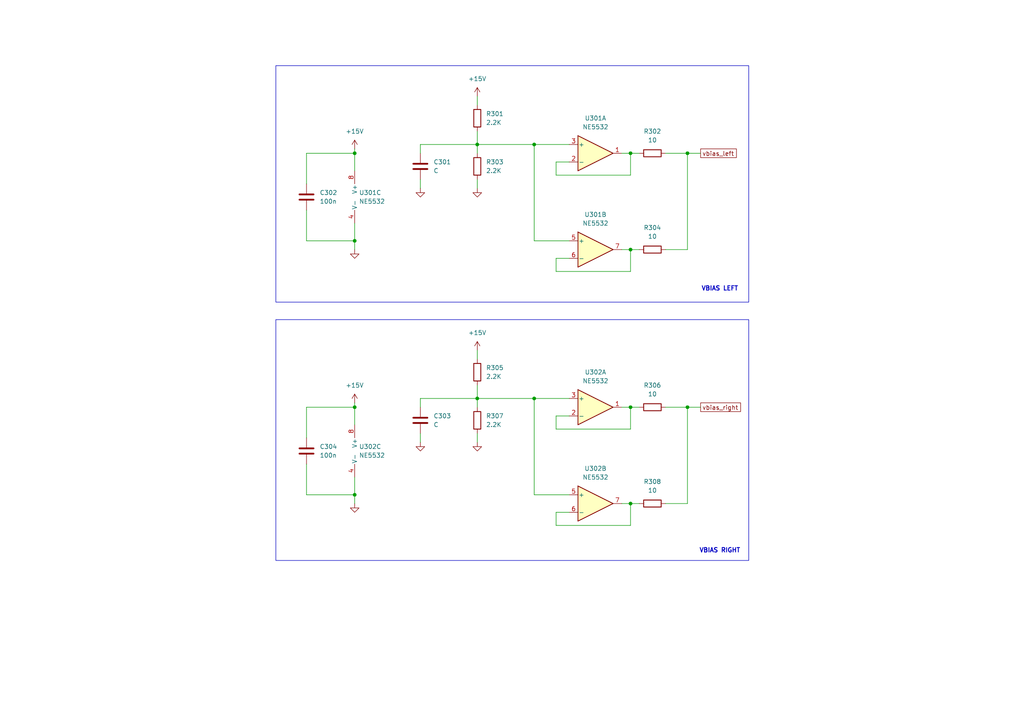
<source format=kicad_sch>
(kicad_sch (version 20250114) (generator "eeschema") (generator_version "9.0")
  (paper "A4")
  (title_block (title "Vbias") (date "2025-08-15") (rev "0.1") (company "Carclox"))
  (lib_symbols
    (symbol "Amplifier_Operational:NE5532" (pin_names (offset 0.127))
      (property "Reference" "U" (at 0 5.08 0))
      (property "Value" "NE5532" (at 0 -5.08 0))
      (symbol "NE5532_1_1"
        (polyline (pts (xy -5.08 5.08) (xy 5.08 0) (xy -5.08 -5.08) (xy -5.08 5.08)) (stroke (width 0.254)) (fill (type background)))
        (pin input line (at -7.62 2.54 0) (length 2.54) (name "+") (number "3"))
        (pin input line (at -7.62 -2.54 0) (length 2.54) (name "-") (number "2"))
        (pin output line (at 7.62 0 180) (length 2.54) (name "~") (number "1"))
      )
      (symbol "NE5532_2_1"
        (polyline (pts (xy -5.08 5.08) (xy 5.08 0) (xy -5.08 -5.08) (xy -5.08 5.08)) (stroke (width 0.254)) (fill (type background)))
        (pin input line (at -7.62 2.54 0) (length 2.54) (name "+") (number "5"))
        (pin input line (at -7.62 -2.54 0) (length 2.54) (name "-") (number "6"))
        (pin output line (at 7.62 0 180) (length 2.54) (name "~") (number "7"))
      )
      (symbol "NE5532_3_1"
        (pin power_in line (at -2.54 7.62 270) (length 3.81) (name "V+") (number "8"))
        (pin power_in line (at -2.54 -7.62 90) (length 3.81) (name "V-") (number "4"))
      )
    )
    (symbol "Device:C" (pin_numbers (hide yes)) (pin_names (offset 0.254))
      (property "Reference" "C" (at 0.635 2.54 0))
      (property "Value" "C" (at 0.635 -2.54 0))
      (symbol "C_0_1"
        (polyline (pts (xy -2.032 0.762) (xy 2.032 0.762)) (stroke (width 0.508)))
        (polyline (pts (xy -2.032 -0.762) (xy 2.032 -0.762)) (stroke (width 0.508)))
      )
      (symbol "C_1_1"
        (pin passive line (at 0 3.81 270) (length 2.794) (name "~") (number "1"))
        (pin passive line (at 0 -3.81 90) (length 2.794) (name "~") (number "2"))
      )
    )
    (symbol "Device:R" (pin_numbers (hide yes)) (pin_names (offset 0))
      (property "Reference" "R" (at 2.032 0 90))
      (property "Value" "R" (at 0 0 90))
      (symbol "R_0_1"
        (rectangle (start -1.016 -2.54) (end 1.016 2.54) (stroke (width 0.254)))
      )
      (symbol "R_1_1"
        (pin passive line (at 0 3.81 270) (length 1.27) (name "~") (number "1"))
        (pin passive line (at 0 -3.81 90) (length 1.27) (name "~") (number "2"))
      )
    )
    (symbol "power:+15V" (power) (pin_numbers (hide yes)) (pin_names (offset 0) (hide yes))
      (property "Value" "+15V" (at 0 3.556 0))
      (symbol "+15V_0_1"
        (polyline (pts (xy -0.762 1.27) (xy 0 2.54)))
        (polyline (pts (xy 0 2.54) (xy 0.762 1.27)))
        (polyline (pts (xy 0 0) (xy 0 2.54)))
      )
      (symbol "+15V_1_1"
        (pin power_in line (at 0 0 90) (length 0) (name "~") (number "1"))
      )
    )
    (symbol "power:GND" (power) (pin_numbers (hide yes)) (pin_names (offset 0) (hide yes))
      (property "Value" "GND" (at 0 -3.81 0))
      (symbol "GND_0_1"
        (polyline (pts (xy 0 0) (xy 0 -1.27) (xy 1.27 -1.27) (xy 0 -2.54) (xy -1.27 -1.27) (xy 0 -1.27)))
      )
      (symbol "GND_1_1"
        (pin power_in line (at 0 0 270) (length 0) (name "~") (number "1"))
      )
    )
  )
  (rectangle (start 80.01 19.05) (end 217.17 87.63))
  (rectangle (start 80.01 92.71) (end 217.17 162.56))
  (text "VBIAS RIGHT" (at 208.788 159.766 0) (effects (font (size 1.27 1.27) (thickness 0.254) (bold yes))))
  (text "VBIAS LEFT" (at 208.788 83.82 0) (effects (font (size 1.27 1.27) (thickness 0.254) (bold yes))))
  (junction (at 154.94 115.57))
  (junction (at 182.88 118.11))
  (junction (at 102.87 143.51))
  (junction (at 182.88 44.45))
  (junction (at 182.88 146.05))
  (junction (at 102.87 118.11))
  (junction (at 102.87 44.45))
  (junction (at 199.39 118.11))
  (junction (at 138.43 115.57))
  (junction (at 102.87 69.85))
  (junction (at 138.43 41.91))
  (junction (at 154.94 41.91))
  (junction (at 199.39 44.45))
  (junction (at 182.88 72.39))
  (wire (pts (xy 102.87 44.45) (xy 88.9 44.45)))
  (wire (pts (xy 102.87 69.85) (xy 88.9 69.85)))
  (wire (pts (xy 182.88 50.8) (xy 182.88 44.45)))
  (wire (pts (xy 154.94 41.91) (xy 165.1 41.91)))
  (wire (pts (xy 161.29 46.99) (xy 161.29 50.8)))
  (wire (pts (xy 121.92 52.07) (xy 121.92 54.61)))
  (wire (pts (xy 102.87 118.11) (xy 88.9 118.11)))
  (wire (pts (xy 138.43 101.6) (xy 138.43 104.14)))
  (wire (pts (xy 193.04 72.39) (xy 199.39 72.39)))
  (wire (pts (xy 161.29 78.74) (xy 182.88 78.74)))
  (wire (pts (xy 182.88 72.39) (xy 185.42 72.39)))
  (wire (pts (xy 88.9 69.85) (xy 88.9 60.96)))
  (wire (pts (xy 165.1 74.93) (xy 161.29 74.93)))
  (wire (pts (xy 138.43 52.07) (xy 138.43 54.61)))
  (wire (pts (xy 121.92 41.91) (xy 138.43 41.91)))
  (wire (pts (xy 199.39 44.45) (xy 199.39 72.39)))
  (wire (pts (xy 121.92 118.11) (xy 121.92 115.57)))
  (wire (pts (xy 102.87 143.51) (xy 88.9 143.51)))
  (wire (pts (xy 182.88 118.11) (xy 185.42 118.11)))
  (wire (pts (xy 199.39 44.45) (xy 203.2 44.45)))
  (wire (pts (xy 138.43 115.57) (xy 154.94 115.57)))
  (wire (pts (xy 138.43 115.57) (xy 138.43 118.11)))
  (wire (pts (xy 161.29 148.59) (xy 161.29 152.4)))
  (wire (pts (xy 182.88 146.05) (xy 182.88 152.4)))
  (wire (pts (xy 199.39 44.45) (xy 193.04 44.45)))
  (wire (pts (xy 161.29 124.46) (xy 182.88 124.46)))
  (wire (pts (xy 165.1 148.59) (xy 161.29 148.59)))
  (wire (pts (xy 199.39 118.11) (xy 203.2 118.11)))
  (wire (pts (xy 182.88 44.45) (xy 185.42 44.45)))
  (wire (pts (xy 165.1 120.65) (xy 161.29 120.65)))
  (wire (pts (xy 193.04 146.05) (xy 199.39 146.05)))
  (wire (pts (xy 199.39 118.11) (xy 193.04 118.11)))
  (wire (pts (xy 182.88 72.39) (xy 182.88 78.74)))
  (wire (pts (xy 88.9 44.45) (xy 88.9 53.34)))
  (wire (pts (xy 121.92 115.57) (xy 138.43 115.57)))
  (wire (pts (xy 165.1 46.99) (xy 161.29 46.99)))
  (wire (pts (xy 182.88 124.46) (xy 182.88 118.11)))
  (wire (pts (xy 154.94 143.51) (xy 154.94 115.57)))
  (wire (pts (xy 138.43 111.76) (xy 138.43 115.57)))
  (wire (pts (xy 180.34 44.45) (xy 182.88 44.45)))
  (wire (pts (xy 88.9 118.11) (xy 88.9 127)))
  (wire (pts (xy 154.94 69.85) (xy 154.94 41.91)))
  (wire (pts (xy 161.29 120.65) (xy 161.29 124.46)))
  (wire (pts (xy 154.94 115.57) (xy 165.1 115.57)))
  (wire (pts (xy 121.92 44.45) (xy 121.92 41.91)))
  (wire (pts (xy 88.9 143.51) (xy 88.9 134.62)))
  (wire (pts (xy 161.29 74.93) (xy 161.29 78.74)))
  (wire (pts (xy 102.87 49.53) (xy 102.87 44.45)))
  (wire (pts (xy 165.1 69.85) (xy 154.94 69.85)))
  (wire (pts (xy 138.43 125.73) (xy 138.43 128.27)))
  (wire (pts (xy 165.1 143.51) (xy 154.94 143.51)))
  (wire (pts (xy 138.43 41.91) (xy 138.43 44.45)))
  (wire (pts (xy 121.92 125.73) (xy 121.92 128.27)))
  (wire (pts (xy 161.29 50.8) (xy 182.88 50.8)))
  (wire (pts (xy 138.43 38.1) (xy 138.43 41.91)))
  (wire (pts (xy 161.29 152.4) (xy 182.88 152.4)))
  (wire (pts (xy 102.87 123.19) (xy 102.87 118.11)))
  (wire (pts (xy 102.87 143.51) (xy 102.87 146.05)))
  (wire (pts (xy 180.34 72.39) (xy 182.88 72.39)))
  (wire (pts (xy 102.87 69.85) (xy 102.87 72.39)))
  (wire (pts (xy 182.88 146.05) (xy 185.42 146.05)))
  (wire (pts (xy 102.87 138.43) (xy 102.87 143.51)))
  (wire (pts (xy 199.39 118.11) (xy 199.39 146.05)))
  (wire (pts (xy 138.43 27.94) (xy 138.43 30.48)))
  (wire (pts (xy 102.87 116.84) (xy 102.87 118.11)))
  (wire (pts (xy 180.34 146.05) (xy 182.88 146.05)))
  (wire (pts (xy 102.87 64.77) (xy 102.87 69.85)))
  (wire (pts (xy 138.43 41.91) (xy 154.94 41.91)))
  (wire (pts (xy 180.34 118.11) (xy 182.88 118.11)))
  (wire (pts (xy 102.87 43.18) (xy 102.87 44.45)))
  (global_label "vbias_right" (shape passive) (at 203.2 118.11 0) (property "Intersheetrefs" "${INTERSHEET_REFS}" (effects (hide yes))))
  (global_label "vbias_left" (shape passive) (at 203.2 44.45 0) (property "Intersheetrefs" "${INTERSHEET_REFS}" (effects (hide yes))))
  (symbol (lib_id "power:+15V") (at 102.87 43.18 0) (unit 1)
    (property "Reference" "#PWR0302" (effects (hide yes)))
    (property "Value" "+15V" (at 102.87 38.1 0))
    (property "Description" "Power symbol creates a global label with name \"+15V\"" (effects (hide yes)))
  )
  (symbol (lib_id "Amplifier_Operational:NE5532") (at 172.72 72.39 0) (unit 2)
    (property "Reference" "U301" (at 172.72 62.23 0))
    (property "Value" "NE5532" (at 172.72 64.77 0))
    (property "Footprint" "Package_SO:SOIC-8_3.9x4.9mm_P1.27mm" (effects (hide yes)))
    (property "Datasheet" "http://www.ti.com/lit/ds/symlink/ne5532.pdf" (effects (hide yes)))
    (property "Description" "Dual Low-Noise Operational Amplifiers, DIP-8/SOIC-8" (effects (hide yes)))
  )
  (symbol (lib_id "Device:R") (at 138.43 34.29 0) (unit 1)
    (property "Reference" "R301" (at 140.97 33.0199 0) (effects (justify left)))
    (property "Value" "2.2K" (at 140.97 35.5599 0) (effects (justify left)))
    (property "Footprint" "Resistor_SMD:R_0805_2012Metric" (effects (hide yes)))
    (property "Description" "Resistor" (effects (hide yes)))
  )
  (symbol (lib_id "Device:R") (at 138.43 107.95 0) (unit 1)
    (property "Reference" "R305" (at 140.97 106.6799 0) (effects (justify left)))
    (property "Value" "2.2K" (at 140.97 109.2199 0) (effects (justify left)))
    (property "Footprint" "Resistor_SMD:R_0805_2012Metric" (effects (hide yes)))
    (property "Description" "Resistor" (effects (hide yes)))
  )
  (symbol (lib_id "power:GND") (at 138.43 128.27 0) (unit 1)
    (property "Reference" "#PWR0309" (effects (hide yes)))
    (property "Value" "GND" (effects (hide yes)))
    (property "Description" "Power symbol creates a global label with name \"GND\" , ground" (effects (hide yes)))
  )
  (symbol (lib_id "Device:C") (at 121.92 48.26 0) (unit 1)
    (property "Reference" "C301" (at 125.73 46.9899 0) (effects (justify left)))
    (property "Value" "C" (at 125.73 49.5299 0) (effects (justify left)))
    (property "Footprint" "Capacitor_SMD:C_Elec_5x5.4" (effects (hide yes)))
    (property "Description" "Unpolarized capacitor" (effects (hide yes)))
  )
  (symbol (lib_id "Device:R") (at 138.43 121.92 0) (unit 1)
    (property "Reference" "R307" (at 140.97 120.6499 0) (effects (justify left)))
    (property "Value" "2.2K" (at 140.97 123.1899 0) (effects (justify left)))
    (property "Footprint" "Resistor_SMD:R_0805_2012Metric" (effects (hide yes)))
    (property "Description" "Resistor" (effects (hide yes)))
  )
  (symbol (lib_id "Amplifier_Operational:NE5532") (at 105.41 130.81 0) (unit 3)
    (property "Reference" "U302" (at 104.14 129.5399 0) (effects (justify left)))
    (property "Value" "NE5532" (at 104.14 132.0799 0) (effects (justify left)))
    (property "Footprint" "Package_SO:SOIC-8_3.9x4.9mm_P1.27mm" (effects (hide yes)))
    (property "Datasheet" "http://www.ti.com/lit/ds/symlink/ne5532.pdf" (effects (hide yes)))
    (property "Description" "Dual Low-Noise Operational Amplifiers, DIP-8/SOIC-8" (effects (hide yes)))
  )
  (symbol (lib_id "Amplifier_Operational:NE5532") (at 105.41 57.15 0) (unit 3)
    (property "Reference" "U301" (at 104.14 55.8799 0) (effects (justify left)))
    (property "Value" "NE5532" (at 104.14 58.4199 0) (effects (justify left)))
    (property "Footprint" "Package_SO:SOIC-8_3.9x4.9mm_P1.27mm" (effects (hide yes)))
    (property "Datasheet" "http://www.ti.com/lit/ds/symlink/ne5532.pdf" (effects (hide yes)))
    (property "Description" "Dual Low-Noise Operational Amplifiers, DIP-8/SOIC-8" (effects (hide yes)))
  )
  (symbol (lib_id "Device:R") (at 138.43 48.26 0) (unit 1)
    (property "Reference" "R303" (at 140.97 46.9899 0) (effects (justify left)))
    (property "Value" "2.2K" (at 140.97 49.5299 0) (effects (justify left)))
    (property "Footprint" "Resistor_SMD:R_0805_2012Metric" (effects (hide yes)))
    (property "Description" "Resistor" (effects (hide yes)))
  )
  (symbol (lib_id "power:GND") (at 102.87 72.39 0) (unit 1)
    (property "Reference" "#PWR0305" (effects (hide yes)))
    (property "Value" "GND" (effects (hide yes)))
    (property "Description" "Power symbol creates a global label with name \"GND\" , ground" (effects (hide yes)))
  )
  (symbol (lib_id "Device:C") (at 88.9 130.81 0) (unit 1)
    (property "Reference" "C304" (at 92.71 129.5399 0) (effects (justify left)))
    (property "Value" "100n" (at 92.71 132.0799 0) (effects (justify left)))
    (property "Footprint" "Capacitor_SMD:C_0805_2012Metric" (effects (hide yes)))
    (property "Description" "Unpolarized capacitor" (effects (hide yes)))
  )
  (symbol (lib_id "power:+15V") (at 138.43 101.6 0) (unit 1)
    (property "Reference" "#PWR0306" (effects (hide yes)))
    (property "Value" "+15V" (at 138.43 96.52 0))
    (property "Description" "Power symbol creates a global label with name \"+15V\"" (effects (hide yes)))
  )
  (symbol (lib_id "Device:R") (at 189.23 44.45 90) (unit 1)
    (property "Reference" "R302" (at 189.23 38.1 90))
    (property "Value" "10" (at 189.23 40.64 90))
    (property "Footprint" "Resistor_SMD:R_0805_2012Metric" (effects (hide yes)))
    (property "Description" "Resistor" (effects (hide yes)))
  )
  (symbol (lib_id "power:GND") (at 121.92 54.61 0) (unit 1)
    (property "Reference" "#PWR0303" (effects (hide yes)))
    (property "Value" "GND" (effects (hide yes)))
    (property "Description" "Power symbol creates a global label with name \"GND\" , ground" (effects (hide yes)))
  )
  (symbol (lib_id "power:GND") (at 102.87 146.05 0) (unit 1)
    (property "Reference" "#PWR0310" (effects (hide yes)))
    (property "Value" "GND" (effects (hide yes)))
    (property "Description" "Power symbol creates a global label with name \"GND\" , ground" (effects (hide yes)))
  )
  (symbol (lib_id "Device:R") (at 189.23 72.39 90) (unit 1)
    (property "Reference" "R304" (at 189.23 66.04 90))
    (property "Value" "10" (at 189.23 68.58 90))
    (property "Footprint" "Resistor_SMD:R_0805_2012Metric" (effects (hide yes)))
    (property "Description" "Resistor" (effects (hide yes)))
  )
  (symbol (lib_id "power:+15V") (at 138.43 27.94 0) (unit 1)
    (property "Reference" "#PWR0301" (effects (hide yes)))
    (property "Value" "+15V" (at 138.43 22.86 0))
    (property "Description" "Power symbol creates a global label with name \"+15V\"" (effects (hide yes)))
  )
  (symbol (lib_id "Device:R") (at 189.23 146.05 90) (unit 1)
    (property "Reference" "R308" (at 189.23 139.7 90))
    (property "Value" "10" (at 189.23 142.24 90))
    (property "Footprint" "Resistor_SMD:R_0805_2012Metric" (effects (hide yes)))
    (property "Description" "Resistor" (effects (hide yes)))
  )
  (symbol (lib_id "Amplifier_Operational:NE5532") (at 172.72 146.05 0) (unit 2)
    (property "Reference" "U302" (at 172.72 135.89 0))
    (property "Value" "NE5532" (at 172.72 138.43 0))
    (property "Footprint" "Package_SO:SOIC-8_3.9x4.9mm_P1.27mm" (effects (hide yes)))
    (property "Datasheet" "http://www.ti.com/lit/ds/symlink/ne5532.pdf" (effects (hide yes)))
    (property "Description" "Dual Low-Noise Operational Amplifiers, DIP-8/SOIC-8" (effects (hide yes)))
  )
  (symbol (lib_id "Device:C") (at 88.9 57.15 0) (unit 1)
    (property "Reference" "C302" (at 92.71 55.8799 0) (effects (justify left)))
    (property "Value" "100n" (at 92.71 58.4199 0) (effects (justify left)))
    (property "Footprint" "Capacitor_SMD:C_0805_2012Metric" (effects (hide yes)))
    (property "Description" "Unpolarized capacitor" (effects (hide yes)))
  )
  (symbol (lib_id "Device:R") (at 189.23 118.11 90) (unit 1)
    (property "Reference" "R306" (at 189.23 111.76 90))
    (property "Value" "10" (at 189.23 114.3 90))
    (property "Footprint" "Resistor_SMD:R_0805_2012Metric" (effects (hide yes)))
    (property "Description" "Resistor" (effects (hide yes)))
  )
  (symbol (lib_id "Amplifier_Operational:NE5532") (at 172.72 44.45 0) (unit 1)
    (property "Reference" "U301" (at 172.72 34.29 0))
    (property "Value" "NE5532" (at 172.72 36.83 0))
    (property "Footprint" "Package_SO:SOIC-8_3.9x4.9mm_P1.27mm" (effects (hide yes)))
    (property "Datasheet" "http://www.ti.com/lit/ds/symlink/ne5532.pdf" (effects (hide yes)))
    (property "Description" "Dual Low-Noise Operational Amplifiers, DIP-8/SOIC-8" (effects (hide yes)))
  )
  (symbol (lib_id "Amplifier_Operational:NE5532") (at 172.72 118.11 0) (unit 1)
    (property "Reference" "U302" (at 172.72 107.95 0))
    (property "Value" "NE5532" (at 172.72 110.49 0))
    (property "Footprint" "Package_SO:SOIC-8_3.9x4.9mm_P1.27mm" (effects (hide yes)))
    (property "Datasheet" "http://www.ti.com/lit/ds/symlink/ne5532.pdf" (effects (hide yes)))
    (property "Description" "Dual Low-Noise Operational Amplifiers, DIP-8/SOIC-8" (effects (hide yes)))
  )
  (symbol (lib_id "power:GND") (at 121.92 128.27 0) (unit 1)
    (property "Reference" "#PWR0308" (effects (hide yes)))
    (property "Value" "GND" (effects (hide yes)))
    (property "Description" "Power symbol creates a global label with name \"GND\" , ground" (effects (hide yes)))
  )
  (symbol (lib_id "power:GND") (at 138.43 54.61 0) (unit 1)
    (property "Reference" "#PWR0304" (effects (hide yes)))
    (property "Value" "GND" (effects (hide yes)))
    (property "Description" "Power symbol creates a global label with name \"GND\" , ground" (effects (hide yes)))
  )
  (symbol (lib_id "power:+15V") (at 102.87 116.84 0) (unit 1)
    (property "Reference" "#PWR0307" (effects (hide yes)))
    (property "Value" "+15V" (at 102.87 111.76 0))
    (property "Description" "Power symbol creates a global label with name \"+15V\"" (effects (hide yes)))
  )
  (symbol (lib_id "Device:C") (at 121.92 121.92 0) (unit 1)
    (property "Reference" "C303" (at 125.73 120.6499 0) (effects (justify left)))
    (property "Value" "C" (at 125.73 123.1899 0) (effects (justify left)))
    (property "Footprint" "Capacitor_SMD:C_Elec_5x5.4" (effects (hide yes)))
    (property "Description" "Unpolarized capacitor" (effects (hide yes)))
  )
)
</source>
